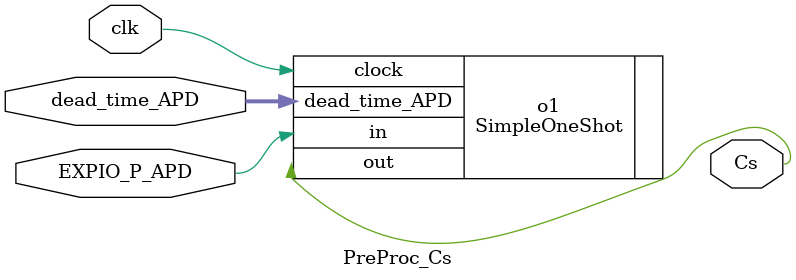
<source format=v>
`timescale 1ns / 1ps
module PreProc_Cs(
input wire clk,
input  wire EXPIO_P_APD,
output  wire Cs,
input wire [7:0] dead_time_APD
);
SimpleOneShot o1  (
    .clock(clk), 
    .in(EXPIO_P_APD), 
    .out(Cs),
    .dead_time_APD(dead_time_APD)
    );
endmodule

</source>
